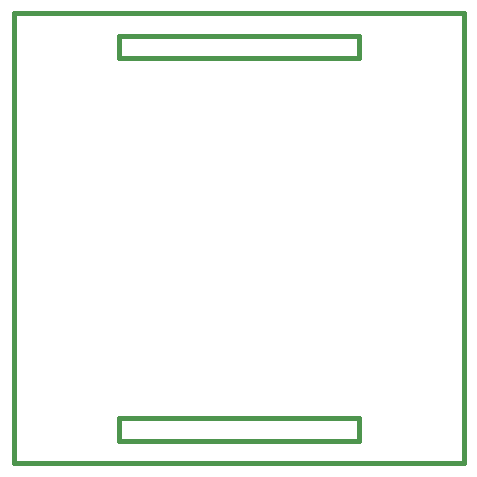
<source format=gbr>
G04 (created by PCBNEW-RS274X (2011-nov-30)-testing) date Sat 15 Sep 2012 10:52:54 AM EDT*
%MOIN*%
G04 Gerber Fmt 3.4, Leading zero omitted, Abs format*
%FSLAX34Y34*%
G01*
G70*
G90*
G04 APERTURE LIST*
%ADD10C,0.006*%
%ADD11C,0.015*%
G04 APERTURE END LIST*
G54D10*
G54D11*
X79500Y-62500D02*
X87500Y-62500D01*
X87500Y-62500D02*
X87500Y-63250D01*
X87500Y-63250D02*
X79500Y-63250D01*
X79500Y-63250D02*
X79500Y-62500D01*
X79500Y-50500D02*
X79500Y-49750D01*
X87500Y-50500D02*
X79500Y-50500D01*
X87500Y-49750D02*
X87500Y-50500D01*
X79500Y-49750D02*
X87500Y-49750D01*
X91000Y-64000D02*
X91000Y-49000D01*
X76000Y-64000D02*
X91000Y-64000D01*
X76000Y-49000D02*
X76000Y-64000D01*
X76000Y-64000D02*
X76000Y-49000D01*
X76000Y-49000D02*
X91000Y-49000D01*
M02*

</source>
